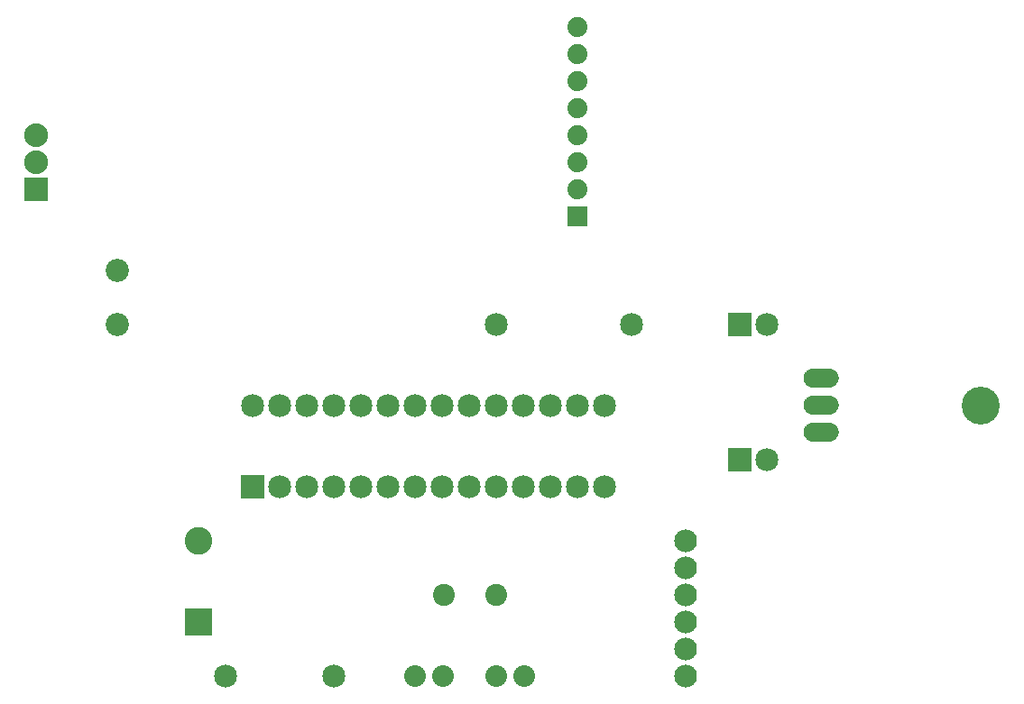
<source format=gts>
G04 MADE WITH FRITZING*
G04 WWW.FRITZING.ORG*
G04 DOUBLE SIDED*
G04 HOLES PLATED*
G04 CONTOUR ON CENTER OF CONTOUR VECTOR*
%ASAXBY*%
%FSLAX23Y23*%
%MOIN*%
%OFA0B0*%
%SFA1.0B1.0*%
%ADD10C,0.074000*%
%ADD11C,0.084000*%
%ADD12C,0.085000*%
%ADD13C,0.102000*%
%ADD14C,0.080000*%
%ADD15C,0.080925*%
%ADD16C,0.080866*%
%ADD17C,0.070000*%
%ADD18C,0.140000*%
%ADD19C,0.085433*%
%ADD20C,0.088000*%
%ADD21R,0.074000X0.074000*%
%ADD22R,0.102000X0.102000*%
%ADD23R,0.085000X0.085000*%
%ADD24R,0.088000X0.088000*%
%ADD25R,0.001000X0.001000*%
%LNMASK1*%
G90*
G70*
G54D10*
X2512Y1957D03*
X2512Y2057D03*
X2512Y2157D03*
X2512Y2257D03*
X2512Y2357D03*
X2512Y2457D03*
X2512Y2557D03*
X2512Y2657D03*
G54D11*
X2912Y257D03*
X2912Y357D03*
X2912Y457D03*
X2912Y557D03*
X2912Y657D03*
X2912Y757D03*
G54D12*
X1612Y257D03*
X1212Y257D03*
G54D13*
X1112Y457D03*
X1112Y757D03*
G54D14*
X2212Y257D03*
X2313Y257D03*
X1912Y257D03*
X2013Y257D03*
G54D15*
X2019Y557D03*
G54D16*
X2212Y557D03*
G54D17*
X3412Y1357D03*
X3412Y1257D03*
X3412Y1157D03*
G54D18*
X4002Y1257D03*
G54D17*
X3412Y1357D03*
X3412Y1257D03*
X3412Y1157D03*
G54D18*
X4002Y1257D03*
G54D12*
X3112Y1557D03*
X3212Y1557D03*
X3112Y1057D03*
X3212Y1057D03*
X1312Y957D03*
X1312Y1257D03*
X1412Y957D03*
X1412Y1257D03*
X1512Y957D03*
X1512Y1257D03*
X1612Y957D03*
X1612Y1257D03*
X1712Y957D03*
X1712Y1257D03*
X1812Y957D03*
X1812Y1257D03*
X1912Y957D03*
X1912Y1257D03*
X2012Y957D03*
X2012Y1257D03*
X2112Y957D03*
X2112Y1257D03*
X2212Y957D03*
X2212Y1257D03*
X2312Y957D03*
X2312Y1257D03*
X2412Y957D03*
X2412Y1257D03*
X2512Y957D03*
X2512Y1257D03*
X2612Y957D03*
X2612Y1257D03*
G54D19*
X812Y1557D03*
X812Y1757D03*
G54D12*
X2212Y1557D03*
X2712Y1557D03*
G54D20*
X512Y2057D03*
X512Y2157D03*
X512Y2257D03*
G54D21*
X2512Y1957D03*
G54D22*
X1112Y457D03*
G54D23*
X3112Y1557D03*
X3112Y1057D03*
X1312Y957D03*
G54D24*
X512Y2057D03*
G54D25*
X3377Y1392D02*
X3446Y1392D01*
X3372Y1391D02*
X3451Y1391D01*
X3370Y1390D02*
X3453Y1390D01*
X3367Y1389D02*
X3456Y1389D01*
X3365Y1388D02*
X3457Y1388D01*
X3364Y1387D02*
X3459Y1387D01*
X3362Y1386D02*
X3461Y1386D01*
X3361Y1385D02*
X3462Y1385D01*
X3360Y1384D02*
X3463Y1384D01*
X3359Y1383D02*
X3464Y1383D01*
X3358Y1382D02*
X3465Y1382D01*
X3357Y1381D02*
X3466Y1381D01*
X3356Y1380D02*
X3467Y1380D01*
X3355Y1379D02*
X3468Y1379D01*
X3354Y1378D02*
X3469Y1378D01*
X3353Y1377D02*
X3470Y1377D01*
X3353Y1376D02*
X3470Y1376D01*
X3352Y1375D02*
X3471Y1375D01*
X3351Y1374D02*
X3471Y1374D01*
X3351Y1373D02*
X3472Y1373D01*
X3350Y1372D02*
X3407Y1372D01*
X3416Y1372D02*
X3473Y1372D01*
X3350Y1371D02*
X3404Y1371D01*
X3419Y1371D02*
X3473Y1371D01*
X3349Y1370D02*
X3402Y1370D01*
X3421Y1370D02*
X3473Y1370D01*
X3349Y1369D02*
X3401Y1369D01*
X3422Y1369D02*
X3474Y1369D01*
X3349Y1368D02*
X3400Y1368D01*
X3423Y1368D02*
X3474Y1368D01*
X3348Y1367D02*
X3399Y1367D01*
X3424Y1367D02*
X3474Y1367D01*
X3348Y1366D02*
X3398Y1366D01*
X3425Y1366D02*
X3475Y1366D01*
X3348Y1365D02*
X3398Y1365D01*
X3425Y1365D02*
X3475Y1365D01*
X3348Y1364D02*
X3397Y1364D01*
X3426Y1364D02*
X3475Y1364D01*
X3347Y1363D02*
X3397Y1363D01*
X3426Y1363D02*
X3475Y1363D01*
X3347Y1362D02*
X3397Y1362D01*
X3426Y1362D02*
X3476Y1362D01*
X3347Y1361D02*
X3396Y1361D01*
X3427Y1361D02*
X3476Y1361D01*
X3347Y1360D02*
X3396Y1360D01*
X3427Y1360D02*
X3476Y1360D01*
X3347Y1359D02*
X3396Y1359D01*
X3427Y1359D02*
X3476Y1359D01*
X3347Y1358D02*
X3396Y1358D01*
X3427Y1358D02*
X3476Y1358D01*
X3347Y1357D02*
X3396Y1357D01*
X3427Y1357D02*
X3476Y1357D01*
X3347Y1356D02*
X3396Y1356D01*
X3427Y1356D02*
X3476Y1356D01*
X3347Y1355D02*
X3396Y1355D01*
X3427Y1355D02*
X3476Y1355D01*
X3347Y1354D02*
X3396Y1354D01*
X3427Y1354D02*
X3476Y1354D01*
X3347Y1353D02*
X3397Y1353D01*
X3426Y1353D02*
X3476Y1353D01*
X3347Y1352D02*
X3397Y1352D01*
X3426Y1352D02*
X3475Y1352D01*
X3348Y1351D02*
X3397Y1351D01*
X3426Y1351D02*
X3475Y1351D01*
X3348Y1350D02*
X3398Y1350D01*
X3425Y1350D02*
X3475Y1350D01*
X3348Y1349D02*
X3398Y1349D01*
X3425Y1349D02*
X3475Y1349D01*
X3348Y1348D02*
X3399Y1348D01*
X3424Y1348D02*
X3475Y1348D01*
X3349Y1347D02*
X3400Y1347D01*
X3423Y1347D02*
X3474Y1347D01*
X3349Y1346D02*
X3401Y1346D01*
X3422Y1346D02*
X3474Y1346D01*
X3349Y1345D02*
X3402Y1345D01*
X3421Y1345D02*
X3473Y1345D01*
X3350Y1344D02*
X3404Y1344D01*
X3419Y1344D02*
X3473Y1344D01*
X3350Y1343D02*
X3407Y1343D01*
X3416Y1343D02*
X3473Y1343D01*
X3351Y1342D02*
X3472Y1342D01*
X3351Y1341D02*
X3472Y1341D01*
X3352Y1340D02*
X3471Y1340D01*
X3353Y1339D02*
X3470Y1339D01*
X3353Y1338D02*
X3470Y1338D01*
X3354Y1337D02*
X3469Y1337D01*
X3355Y1336D02*
X3468Y1336D01*
X3356Y1335D02*
X3467Y1335D01*
X3356Y1334D02*
X3466Y1334D01*
X3357Y1333D02*
X3465Y1333D01*
X3358Y1332D02*
X3464Y1332D01*
X3360Y1331D02*
X3463Y1331D01*
X3361Y1330D02*
X3462Y1330D01*
X3362Y1329D02*
X3461Y1329D01*
X3364Y1328D02*
X3459Y1328D01*
X3365Y1327D02*
X3458Y1327D01*
X3367Y1326D02*
X3456Y1326D01*
X3369Y1325D02*
X3454Y1325D01*
X3372Y1324D02*
X3451Y1324D01*
X3376Y1323D02*
X3447Y1323D01*
X3376Y1292D02*
X3446Y1292D01*
X3372Y1291D02*
X3451Y1291D01*
X3369Y1290D02*
X3453Y1290D01*
X3367Y1289D02*
X3456Y1289D01*
X3365Y1288D02*
X3458Y1288D01*
X3364Y1287D02*
X3459Y1287D01*
X3362Y1286D02*
X3461Y1286D01*
X3361Y1285D02*
X3462Y1285D01*
X3360Y1284D02*
X3463Y1284D01*
X3359Y1283D02*
X3464Y1283D01*
X3357Y1282D02*
X3465Y1282D01*
X3357Y1281D02*
X3466Y1281D01*
X3356Y1280D02*
X3467Y1280D01*
X3355Y1279D02*
X3468Y1279D01*
X3354Y1278D02*
X3469Y1278D01*
X3353Y1277D02*
X3470Y1277D01*
X3353Y1276D02*
X3470Y1276D01*
X3352Y1275D02*
X3471Y1275D01*
X3351Y1274D02*
X3471Y1274D01*
X3351Y1273D02*
X3472Y1273D01*
X3350Y1272D02*
X3407Y1272D01*
X3416Y1272D02*
X3473Y1272D01*
X3350Y1271D02*
X3404Y1271D01*
X3419Y1271D02*
X3473Y1271D01*
X3349Y1270D02*
X3402Y1270D01*
X3421Y1270D02*
X3473Y1270D01*
X3349Y1269D02*
X3401Y1269D01*
X3422Y1269D02*
X3474Y1269D01*
X3349Y1268D02*
X3400Y1268D01*
X3423Y1268D02*
X3474Y1268D01*
X3348Y1267D02*
X3399Y1267D01*
X3424Y1267D02*
X3474Y1267D01*
X3348Y1266D02*
X3398Y1266D01*
X3425Y1266D02*
X3475Y1266D01*
X3348Y1265D02*
X3398Y1265D01*
X3425Y1265D02*
X3475Y1265D01*
X3348Y1264D02*
X3397Y1264D01*
X3426Y1264D02*
X3475Y1264D01*
X3347Y1263D02*
X3397Y1263D01*
X3426Y1263D02*
X3475Y1263D01*
X3347Y1262D02*
X3397Y1262D01*
X3426Y1262D02*
X3476Y1262D01*
X3347Y1261D02*
X3396Y1261D01*
X3427Y1261D02*
X3476Y1261D01*
X3347Y1260D02*
X3396Y1260D01*
X3427Y1260D02*
X3476Y1260D01*
X3347Y1259D02*
X3396Y1259D01*
X3427Y1259D02*
X3476Y1259D01*
X3347Y1258D02*
X3396Y1258D01*
X3427Y1258D02*
X3476Y1258D01*
X3347Y1257D02*
X3396Y1257D01*
X3427Y1257D02*
X3476Y1257D01*
X3347Y1256D02*
X3396Y1256D01*
X3427Y1256D02*
X3476Y1256D01*
X3347Y1255D02*
X3396Y1255D01*
X3427Y1255D02*
X3476Y1255D01*
X3347Y1254D02*
X3396Y1254D01*
X3427Y1254D02*
X3476Y1254D01*
X3347Y1253D02*
X3397Y1253D01*
X3426Y1253D02*
X3476Y1253D01*
X3347Y1252D02*
X3397Y1252D01*
X3426Y1252D02*
X3475Y1252D01*
X3348Y1251D02*
X3397Y1251D01*
X3426Y1251D02*
X3475Y1251D01*
X3348Y1250D02*
X3398Y1250D01*
X3425Y1250D02*
X3475Y1250D01*
X3348Y1249D02*
X3398Y1249D01*
X3425Y1249D02*
X3475Y1249D01*
X3348Y1248D02*
X3399Y1248D01*
X3424Y1248D02*
X3475Y1248D01*
X3349Y1247D02*
X3400Y1247D01*
X3423Y1247D02*
X3474Y1247D01*
X3349Y1246D02*
X3401Y1246D01*
X3422Y1246D02*
X3474Y1246D01*
X3349Y1245D02*
X3402Y1245D01*
X3421Y1245D02*
X3473Y1245D01*
X3350Y1244D02*
X3404Y1244D01*
X3419Y1244D02*
X3473Y1244D01*
X3350Y1243D02*
X3407Y1243D01*
X3416Y1243D02*
X3473Y1243D01*
X3351Y1242D02*
X3472Y1242D01*
X3351Y1241D02*
X3472Y1241D01*
X3352Y1240D02*
X3471Y1240D01*
X3353Y1239D02*
X3470Y1239D01*
X3353Y1238D02*
X3470Y1238D01*
X3354Y1237D02*
X3469Y1237D01*
X3355Y1236D02*
X3468Y1236D01*
X3356Y1235D02*
X3467Y1235D01*
X3356Y1234D02*
X3466Y1234D01*
X3357Y1233D02*
X3465Y1233D01*
X3358Y1232D02*
X3464Y1232D01*
X3360Y1231D02*
X3463Y1231D01*
X3361Y1230D02*
X3462Y1230D01*
X3362Y1229D02*
X3461Y1229D01*
X3364Y1228D02*
X3459Y1228D01*
X3365Y1227D02*
X3458Y1227D01*
X3367Y1226D02*
X3456Y1226D01*
X3369Y1225D02*
X3453Y1225D01*
X3372Y1224D02*
X3451Y1224D01*
X3376Y1223D02*
X3447Y1223D01*
X3376Y1192D02*
X3447Y1192D01*
X3372Y1191D02*
X3451Y1191D01*
X3369Y1190D02*
X3453Y1190D01*
X3367Y1189D02*
X3456Y1189D01*
X3365Y1188D02*
X3458Y1188D01*
X3364Y1187D02*
X3459Y1187D01*
X3362Y1186D02*
X3461Y1186D01*
X3361Y1185D02*
X3462Y1185D01*
X3360Y1184D02*
X3463Y1184D01*
X3359Y1183D02*
X3464Y1183D01*
X3357Y1182D02*
X3465Y1182D01*
X3357Y1181D02*
X3466Y1181D01*
X3356Y1180D02*
X3467Y1180D01*
X3355Y1179D02*
X3468Y1179D01*
X3354Y1178D02*
X3469Y1178D01*
X3353Y1177D02*
X3470Y1177D01*
X3353Y1176D02*
X3470Y1176D01*
X3352Y1175D02*
X3471Y1175D01*
X3351Y1174D02*
X3471Y1174D01*
X3351Y1173D02*
X3472Y1173D01*
X3350Y1172D02*
X3407Y1172D01*
X3416Y1172D02*
X3473Y1172D01*
X3350Y1171D02*
X3404Y1171D01*
X3419Y1171D02*
X3473Y1171D01*
X3349Y1170D02*
X3402Y1170D01*
X3421Y1170D02*
X3473Y1170D01*
X3349Y1169D02*
X3401Y1169D01*
X3422Y1169D02*
X3474Y1169D01*
X3349Y1168D02*
X3400Y1168D01*
X3423Y1168D02*
X3474Y1168D01*
X3348Y1167D02*
X3399Y1167D01*
X3424Y1167D02*
X3475Y1167D01*
X3348Y1166D02*
X3398Y1166D01*
X3425Y1166D02*
X3475Y1166D01*
X3348Y1165D02*
X3398Y1165D01*
X3425Y1165D02*
X3475Y1165D01*
X3348Y1164D02*
X3397Y1164D01*
X3426Y1164D02*
X3475Y1164D01*
X3347Y1163D02*
X3397Y1163D01*
X3426Y1163D02*
X3475Y1163D01*
X3347Y1162D02*
X3397Y1162D01*
X3426Y1162D02*
X3476Y1162D01*
X3347Y1161D02*
X3396Y1161D01*
X3427Y1161D02*
X3476Y1161D01*
X3347Y1160D02*
X3396Y1160D01*
X3427Y1160D02*
X3476Y1160D01*
X3347Y1159D02*
X3396Y1159D01*
X3427Y1159D02*
X3476Y1159D01*
X3347Y1158D02*
X3396Y1158D01*
X3427Y1158D02*
X3476Y1158D01*
X3347Y1157D02*
X3396Y1157D01*
X3427Y1157D02*
X3476Y1157D01*
X3347Y1156D02*
X3396Y1156D01*
X3427Y1156D02*
X3476Y1156D01*
X3347Y1155D02*
X3396Y1155D01*
X3427Y1155D02*
X3476Y1155D01*
X3347Y1154D02*
X3396Y1154D01*
X3427Y1154D02*
X3476Y1154D01*
X3347Y1153D02*
X3397Y1153D01*
X3426Y1153D02*
X3476Y1153D01*
X3347Y1152D02*
X3397Y1152D01*
X3426Y1152D02*
X3475Y1152D01*
X3348Y1151D02*
X3397Y1151D01*
X3426Y1151D02*
X3475Y1151D01*
X3348Y1150D02*
X3398Y1150D01*
X3425Y1150D02*
X3475Y1150D01*
X3348Y1149D02*
X3398Y1149D01*
X3425Y1149D02*
X3475Y1149D01*
X3348Y1148D02*
X3399Y1148D01*
X3424Y1148D02*
X3475Y1148D01*
X3349Y1147D02*
X3400Y1147D01*
X3423Y1147D02*
X3474Y1147D01*
X3349Y1146D02*
X3401Y1146D01*
X3422Y1146D02*
X3474Y1146D01*
X3349Y1145D02*
X3402Y1145D01*
X3421Y1145D02*
X3473Y1145D01*
X3350Y1144D02*
X3404Y1144D01*
X3419Y1144D02*
X3473Y1144D01*
X3350Y1143D02*
X3407Y1143D01*
X3416Y1143D02*
X3473Y1143D01*
X3351Y1142D02*
X3472Y1142D01*
X3351Y1141D02*
X3471Y1141D01*
X3352Y1140D02*
X3471Y1140D01*
X3353Y1139D02*
X3470Y1139D01*
X3353Y1138D02*
X3470Y1138D01*
X3354Y1137D02*
X3469Y1137D01*
X3355Y1136D02*
X3468Y1136D01*
X3356Y1135D02*
X3467Y1135D01*
X3357Y1134D02*
X3466Y1134D01*
X3357Y1133D02*
X3465Y1133D01*
X3359Y1132D02*
X3464Y1132D01*
X3360Y1131D02*
X3463Y1131D01*
X3361Y1130D02*
X3462Y1130D01*
X3362Y1129D02*
X3461Y1129D01*
X3364Y1128D02*
X3459Y1128D01*
X3365Y1127D02*
X3458Y1127D01*
X3367Y1126D02*
X3456Y1126D01*
X3369Y1125D02*
X3453Y1125D01*
X3372Y1124D02*
X3451Y1124D01*
X3376Y1123D02*
X3447Y1123D01*
D02*
G04 End of Mask1*
M02*
</source>
